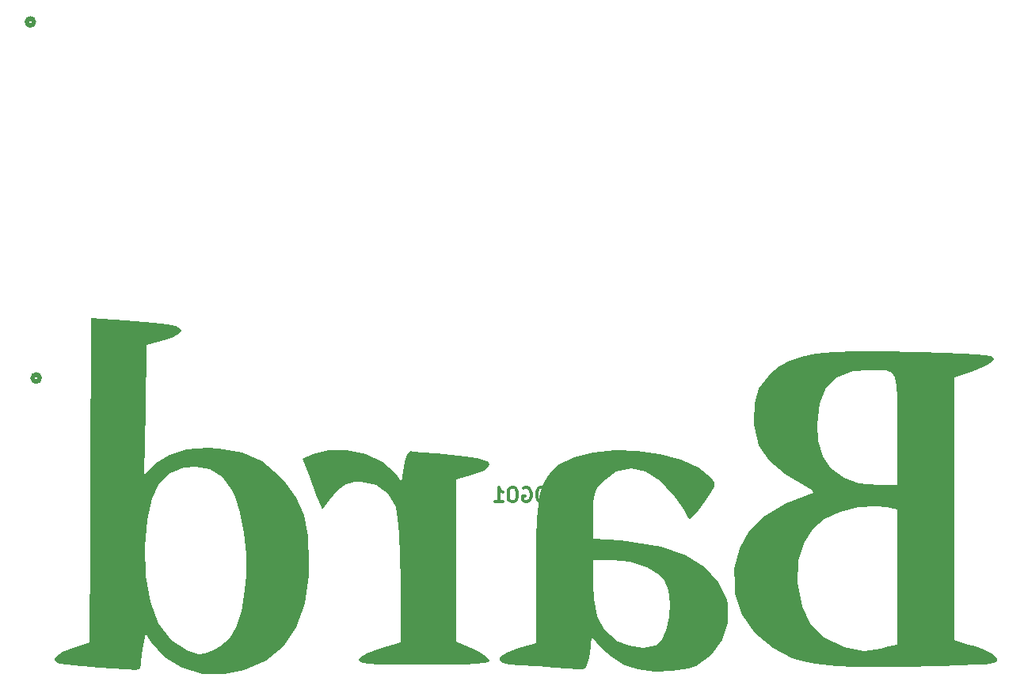
<source format=gbr>
%TF.GenerationSoftware,KiCad,Pcbnew,7.0.7*%
%TF.CreationDate,2024-05-31T20:05:00-04:00*%
%TF.ProjectId,HVHF_IIB,48564846-5f49-4494-922e-6b696361645f,rev?*%
%TF.SameCoordinates,Original*%
%TF.FileFunction,Legend,Bot*%
%TF.FilePolarity,Positive*%
%FSLAX46Y46*%
G04 Gerber Fmt 4.6, Leading zero omitted, Abs format (unit mm)*
G04 Created by KiCad (PCBNEW 7.0.7) date 2024-05-31 20:05:00*
%MOMM*%
%LPD*%
G01*
G04 APERTURE LIST*
%ADD10C,0.300000*%
%ADD11C,0.508000*%
G04 APERTURE END LIST*
D10*
X169571428Y-117678328D02*
X170285714Y-117678328D01*
X170285714Y-117678328D02*
X170285714Y-116178328D01*
X168785713Y-116178328D02*
X168499999Y-116178328D01*
X168499999Y-116178328D02*
X168357142Y-116249757D01*
X168357142Y-116249757D02*
X168214285Y-116392614D01*
X168214285Y-116392614D02*
X168142856Y-116678328D01*
X168142856Y-116678328D02*
X168142856Y-117178328D01*
X168142856Y-117178328D02*
X168214285Y-117464042D01*
X168214285Y-117464042D02*
X168357142Y-117606900D01*
X168357142Y-117606900D02*
X168499999Y-117678328D01*
X168499999Y-117678328D02*
X168785713Y-117678328D01*
X168785713Y-117678328D02*
X168928571Y-117606900D01*
X168928571Y-117606900D02*
X169071428Y-117464042D01*
X169071428Y-117464042D02*
X169142856Y-117178328D01*
X169142856Y-117178328D02*
X169142856Y-116678328D01*
X169142856Y-116678328D02*
X169071428Y-116392614D01*
X169071428Y-116392614D02*
X168928571Y-116249757D01*
X168928571Y-116249757D02*
X168785713Y-116178328D01*
X166714284Y-116249757D02*
X166857142Y-116178328D01*
X166857142Y-116178328D02*
X167071427Y-116178328D01*
X167071427Y-116178328D02*
X167285713Y-116249757D01*
X167285713Y-116249757D02*
X167428570Y-116392614D01*
X167428570Y-116392614D02*
X167499999Y-116535471D01*
X167499999Y-116535471D02*
X167571427Y-116821185D01*
X167571427Y-116821185D02*
X167571427Y-117035471D01*
X167571427Y-117035471D02*
X167499999Y-117321185D01*
X167499999Y-117321185D02*
X167428570Y-117464042D01*
X167428570Y-117464042D02*
X167285713Y-117606900D01*
X167285713Y-117606900D02*
X167071427Y-117678328D01*
X167071427Y-117678328D02*
X166928570Y-117678328D01*
X166928570Y-117678328D02*
X166714284Y-117606900D01*
X166714284Y-117606900D02*
X166642856Y-117535471D01*
X166642856Y-117535471D02*
X166642856Y-117035471D01*
X166642856Y-117035471D02*
X166928570Y-117035471D01*
X165714284Y-116178328D02*
X165428570Y-116178328D01*
X165428570Y-116178328D02*
X165285713Y-116249757D01*
X165285713Y-116249757D02*
X165142856Y-116392614D01*
X165142856Y-116392614D02*
X165071427Y-116678328D01*
X165071427Y-116678328D02*
X165071427Y-117178328D01*
X165071427Y-117178328D02*
X165142856Y-117464042D01*
X165142856Y-117464042D02*
X165285713Y-117606900D01*
X165285713Y-117606900D02*
X165428570Y-117678328D01*
X165428570Y-117678328D02*
X165714284Y-117678328D01*
X165714284Y-117678328D02*
X165857142Y-117606900D01*
X165857142Y-117606900D02*
X165999999Y-117464042D01*
X165999999Y-117464042D02*
X166071427Y-117178328D01*
X166071427Y-117178328D02*
X166071427Y-116678328D01*
X166071427Y-116678328D02*
X165999999Y-116392614D01*
X165999999Y-116392614D02*
X165857142Y-116249757D01*
X165857142Y-116249757D02*
X165714284Y-116178328D01*
X163642855Y-117678328D02*
X164499998Y-117678328D01*
X164071427Y-117678328D02*
X164071427Y-116178328D01*
X164071427Y-116178328D02*
X164214284Y-116392614D01*
X164214284Y-116392614D02*
X164357141Y-116535471D01*
X164357141Y-116535471D02*
X164499998Y-116606900D01*
D11*
%TO.C,J2*%
X115001600Y-104440700D02*
G75*
G03*
X115001600Y-104440700I-381000J0D01*
G01*
%TO.C,J1*%
X114381000Y-66332299D02*
G75*
G03*
X114381000Y-66332299I-381000J0D01*
G01*
%TO.C,LOGO1*%
G36*
X147877582Y-112156753D02*
G01*
X149875654Y-112606921D01*
X151651535Y-113454543D01*
X152989585Y-114648665D01*
X153714407Y-115583291D01*
X153958387Y-113933074D01*
X154052120Y-113425872D01*
X154311537Y-112606310D01*
X154587967Y-112282857D01*
X154986906Y-112309862D01*
X155972376Y-112397911D01*
X157369736Y-112532581D01*
X159019178Y-112698868D01*
X160435966Y-112853489D01*
X161754781Y-113036738D01*
X162557543Y-113223143D01*
X162956723Y-113441059D01*
X163064789Y-113718842D01*
X163012964Y-113933673D01*
X162468426Y-114380988D01*
X161276057Y-114787792D01*
X159487324Y-115252779D01*
X159487324Y-123947927D01*
X159487324Y-132643076D01*
X161276057Y-133397059D01*
X161977477Y-133732667D01*
X162760300Y-134242685D01*
X163064789Y-134646950D01*
X163064647Y-134654150D01*
X162933129Y-134827944D01*
X162499295Y-134956971D01*
X161680542Y-135047105D01*
X160394265Y-135104215D01*
X158557863Y-135134175D01*
X156088733Y-135142857D01*
X155174938Y-135142084D01*
X152959366Y-135129016D01*
X151342101Y-135094659D01*
X150235971Y-135032373D01*
X149553804Y-134935519D01*
X149208430Y-134797459D01*
X149112677Y-134611553D01*
X149246053Y-134356715D01*
X149996252Y-133897149D01*
X151348592Y-133410006D01*
X153584508Y-132739764D01*
X153565681Y-126230596D01*
X153533416Y-123540130D01*
X153442308Y-121140592D01*
X153294783Y-119406257D01*
X153092600Y-118366389D01*
X153061997Y-118277407D01*
X152215822Y-116776009D01*
X150960924Y-115861428D01*
X149332741Y-115560112D01*
X148723660Y-115585637D01*
X147738789Y-115817037D01*
X146905906Y-116406199D01*
X145980389Y-117494258D01*
X145190258Y-118532802D01*
X144795820Y-117494258D01*
X144662966Y-117144088D01*
X144230315Y-116001519D01*
X143760129Y-114757702D01*
X143118876Y-113059690D01*
X144237608Y-112580560D01*
X145872962Y-112154997D01*
X147877582Y-112156753D01*
G37*
G36*
X143350395Y-128597886D02*
G01*
X142458671Y-131116212D01*
X141084804Y-133125106D01*
X139214464Y-134648193D01*
X136833324Y-135709098D01*
X134788415Y-136131808D01*
X132427140Y-136082567D01*
X130240786Y-135479408D01*
X128361668Y-134361588D01*
X126922100Y-132768368D01*
X126315535Y-131830504D01*
X126087345Y-132987752D01*
X125930647Y-134006942D01*
X125859155Y-134962214D01*
X125856523Y-135111458D01*
X125736103Y-135541461D01*
X125294666Y-135691641D01*
X124338733Y-135649450D01*
X124114161Y-135630648D01*
X122895178Y-135534536D01*
X121318978Y-135416181D01*
X119668298Y-135296925D01*
X119371881Y-135275500D01*
X117942403Y-135145339D01*
X117088558Y-134994345D01*
X116690268Y-134791236D01*
X116627453Y-134504727D01*
X116786146Y-134257609D01*
X117479980Y-133777779D01*
X118525353Y-133328418D01*
X120314085Y-132721758D01*
X120368921Y-122489277D01*
X126284784Y-122489277D01*
X126337388Y-125594986D01*
X126803771Y-128456263D01*
X127697088Y-130739615D01*
X129016480Y-132442918D01*
X130761090Y-133564050D01*
X131288217Y-133782812D01*
X132018182Y-133995613D01*
X132649021Y-133917292D01*
X133550705Y-133545373D01*
X134313559Y-133140754D01*
X135292849Y-132291550D01*
X136014607Y-131093156D01*
X136545124Y-129420879D01*
X136950691Y-127150025D01*
X137081255Y-125575269D01*
X137053451Y-123294813D01*
X136829850Y-120966032D01*
X136437254Y-118843775D01*
X135902465Y-117182885D01*
X135578849Y-116514477D01*
X134521705Y-115032166D01*
X133229970Y-114185189D01*
X131627981Y-113915715D01*
X130360939Y-114033758D01*
X128919334Y-114608163D01*
X127817416Y-115698395D01*
X127028685Y-117346976D01*
X126526642Y-119596430D01*
X126284784Y-122489277D01*
X120368921Y-122489277D01*
X120407019Y-115380101D01*
X120499953Y-98038444D01*
X124163357Y-98284668D01*
X125185809Y-98356070D01*
X127200085Y-98523625D01*
X128618951Y-98695584D01*
X129527310Y-98887691D01*
X130010063Y-99115695D01*
X130152113Y-99395339D01*
X129994693Y-99622543D01*
X129312610Y-100012690D01*
X128273944Y-100382442D01*
X126395775Y-100912113D01*
X126298713Y-107838864D01*
X126201650Y-114765615D01*
X127310670Y-113714836D01*
X127391673Y-113639423D01*
X128852803Y-112660710D01*
X130692950Y-112101439D01*
X133038590Y-111922024D01*
X134143432Y-111957200D01*
X136633303Y-112393080D01*
X138767497Y-113370185D01*
X140685331Y-114943563D01*
X141189844Y-115484401D01*
X142429848Y-117199374D01*
X143245561Y-119118671D01*
X143689949Y-121398831D01*
X143815975Y-124196395D01*
X143774304Y-125546505D01*
X143770308Y-125575269D01*
X143350395Y-128597886D01*
G37*
G36*
X188546209Y-128623255D02*
G01*
X188564222Y-130602675D01*
X187959267Y-132472568D01*
X186802586Y-134078464D01*
X185165419Y-135265895D01*
X184317469Y-135567890D01*
X182665572Y-135821268D01*
X180802311Y-135839111D01*
X179005642Y-135624532D01*
X177553522Y-135180644D01*
X177351262Y-135079684D01*
X176115303Y-134281221D01*
X175049296Y-133346161D01*
X173976057Y-132183667D01*
X173797184Y-133935405D01*
X173694861Y-134693226D01*
X173452744Y-135435469D01*
X173081691Y-135624004D01*
X172578912Y-135582876D01*
X171502735Y-135509775D01*
X170029333Y-135416889D01*
X168322346Y-135314848D01*
X168127280Y-135303401D01*
X166376982Y-135186677D01*
X165221013Y-135067883D01*
X164548755Y-134924339D01*
X164249587Y-134733364D01*
X164212889Y-134472277D01*
X164302151Y-134284606D01*
X164976433Y-133793988D01*
X166199698Y-133334706D01*
X168073240Y-132793690D01*
X168073240Y-125248048D01*
X168074667Y-124214976D01*
X168077837Y-123894286D01*
X174154930Y-123894286D01*
X174155486Y-126525000D01*
X174223857Y-128063522D01*
X174614738Y-129952539D01*
X175397230Y-131391563D01*
X176622624Y-132504910D01*
X176670469Y-132536722D01*
X178021539Y-133113962D01*
X179539424Y-133313091D01*
X180870204Y-133085714D01*
X181475830Y-132540355D01*
X181978383Y-131453715D01*
X182289958Y-130057654D01*
X182382582Y-128562168D01*
X182228280Y-127177252D01*
X181799078Y-126112901D01*
X181280777Y-125540282D01*
X179919272Y-124686868D01*
X178164628Y-124115124D01*
X176211972Y-123902255D01*
X174154930Y-123894286D01*
X168077837Y-123894286D01*
X168100880Y-121562885D01*
X168172663Y-119497756D01*
X168306308Y-117915842D01*
X168518105Y-116713398D01*
X168824348Y-115786676D01*
X169241327Y-115031931D01*
X169785335Y-114345417D01*
X170504013Y-113716635D01*
X172143021Y-112901290D01*
X174192979Y-112384317D01*
X176505752Y-112158681D01*
X178933201Y-112217351D01*
X181327189Y-112553295D01*
X183539581Y-113159479D01*
X185422238Y-114028871D01*
X186827025Y-115154439D01*
X186897629Y-115234482D01*
X187167227Y-115633861D01*
X187158316Y-116054474D01*
X186817639Y-116680452D01*
X186091940Y-117695923D01*
X185420163Y-118571841D01*
X184824106Y-119271689D01*
X184510639Y-119540000D01*
X184249708Y-119297607D01*
X183879473Y-118633514D01*
X183579659Y-118114671D01*
X182871043Y-117140733D01*
X181996295Y-116102912D01*
X181367618Y-115476451D01*
X179793379Y-114436949D01*
X178204927Y-114098198D01*
X176651498Y-114464272D01*
X175182330Y-115539242D01*
X175162651Y-115559237D01*
X174619043Y-116185815D01*
X174315545Y-116826036D01*
X174183669Y-117716973D01*
X174154930Y-119095700D01*
X174154930Y-121610080D01*
X177154603Y-121843947D01*
X178269767Y-121952289D01*
X181412373Y-122531783D01*
X184037936Y-123462711D01*
X186109580Y-124724450D01*
X187590427Y-126296374D01*
X188443601Y-128157857D01*
X188532741Y-128562168D01*
X188546209Y-128623255D01*
G37*
G36*
X212791550Y-118411801D02*
G01*
X212791550Y-132463126D01*
X214298009Y-132951888D01*
X215026405Y-133188212D01*
X215885331Y-133496735D01*
X216948292Y-134031415D01*
X217376380Y-134519604D01*
X217384557Y-134642856D01*
X217271000Y-134831384D01*
X216909764Y-134970778D01*
X216207292Y-135072068D01*
X215070025Y-135146286D01*
X213404406Y-135204462D01*
X211116876Y-135257627D01*
X210938314Y-135261296D01*
X207405445Y-135322586D01*
X204498418Y-135345059D01*
X202132267Y-135324100D01*
X200222027Y-135255095D01*
X198682730Y-135133430D01*
X197429412Y-134954491D01*
X196377106Y-134713663D01*
X195440846Y-134406333D01*
X193351688Y-133350976D01*
X191463470Y-131739447D01*
X190114465Y-129758672D01*
X189360377Y-127493137D01*
X189312553Y-126353393D01*
X196049337Y-126353393D01*
X196505675Y-128832367D01*
X196532716Y-128922834D01*
X197446393Y-130840548D01*
X198869112Y-132250700D01*
X200815324Y-133167827D01*
X201385517Y-133331382D01*
X203127863Y-133643485D01*
X204384508Y-133513093D01*
X204875052Y-133376015D01*
X205726057Y-133171969D01*
X206709860Y-132951888D01*
X206709860Y-125730489D01*
X206709860Y-118509091D01*
X205622214Y-118266791D01*
X204401769Y-118135236D01*
X202520407Y-118298823D01*
X200612173Y-118795590D01*
X198920897Y-119556503D01*
X197690405Y-120512526D01*
X196746413Y-121968064D01*
X196135936Y-124020683D01*
X196049337Y-126353393D01*
X189312553Y-126353393D01*
X189256912Y-125027329D01*
X189271168Y-124886633D01*
X189794107Y-122658084D01*
X190865932Y-120766182D01*
X192521252Y-119177172D01*
X194794675Y-117857303D01*
X197720811Y-116772823D01*
X197751901Y-116758049D01*
X197620441Y-116501856D01*
X196979422Y-116036905D01*
X195948170Y-115452100D01*
X194654960Y-114700355D01*
X192951244Y-113278976D01*
X191884572Y-111656400D01*
X191410889Y-109777529D01*
X191380240Y-109380000D01*
X198125837Y-109380000D01*
X198236771Y-111184052D01*
X198705481Y-112879340D01*
X199597232Y-114142662D01*
X200972282Y-115095000D01*
X202512343Y-115675495D01*
X204639184Y-115911429D01*
X206709860Y-115911429D01*
X206709860Y-109963108D01*
X206711378Y-108369065D01*
X206697304Y-106500456D01*
X206620895Y-105192095D01*
X206434099Y-104344562D01*
X206088863Y-103858435D01*
X205537134Y-103634294D01*
X204730861Y-103572718D01*
X203621990Y-103574286D01*
X201903319Y-103727251D01*
X200223472Y-104359069D01*
X199046307Y-105498740D01*
X198353277Y-107165854D01*
X198125837Y-109380000D01*
X191380240Y-109380000D01*
X191362878Y-109154805D01*
X191427048Y-107137601D01*
X191909969Y-105555727D01*
X192849972Y-104262282D01*
X193171023Y-103949506D01*
X194096452Y-103201942D01*
X195145841Y-102613360D01*
X196403318Y-102169919D01*
X197953014Y-101857780D01*
X199879059Y-101663102D01*
X202265582Y-101572043D01*
X205196715Y-101570764D01*
X208756586Y-101645424D01*
X209041179Y-101653344D01*
X211665904Y-101732682D01*
X213662431Y-101809727D01*
X215110421Y-101891985D01*
X216089534Y-101986966D01*
X216679430Y-102102177D01*
X216959771Y-102245127D01*
X217010216Y-102423322D01*
X216753805Y-102736193D01*
X215967715Y-103207843D01*
X214848592Y-103665170D01*
X212791550Y-104360476D01*
X212791550Y-108369065D01*
X212791550Y-118411801D01*
G37*
%TD*%
M02*

</source>
